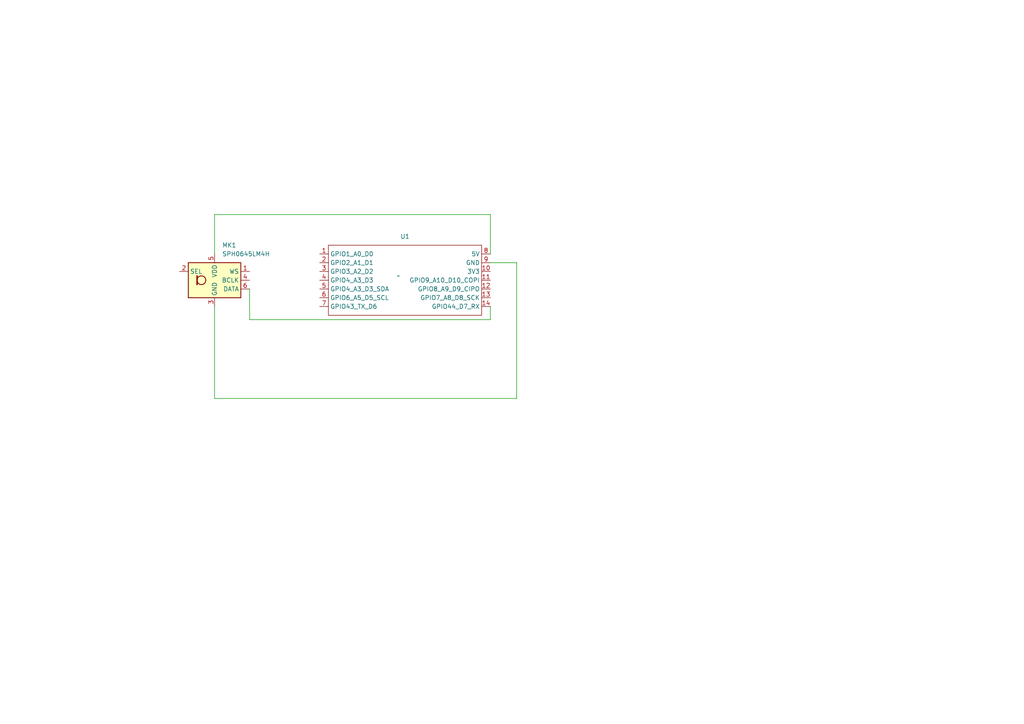
<source format=kicad_sch>
(kicad_sch (version 20230121) (generator eeschema)
  (paper "A4")
  (lib_symbols
    (symbol "Sensor_Audio:SPH0645LM4H"
      (property "Reference" "MK" (at -7.62 6.35 0))
      (property "Value" "SPH0645LM4H" (at 1.27 6.35 0))
      (symbol "SPH0645LM4H_1_1"
        (rectangle (start -7.62 5.08) (end 7.62 -5.08) (stroke (width 0.254)) (fill (type background)))
        (circle (center -3.81 0) (radius 1.27) (stroke (width 0.254)))
        (polyline (pts (xy -5.08 1.27) (xy -5.08 -1.27)) (stroke (width 0.381)))
        (pin input line (at 10.16 2.54 180) (length 2.54) (name "WS") (number "1"))
        (pin input line (at -10.16 2.54 0) (length 2.54) (name "SEL") (number "2"))
        (pin power_in line (at 0 -7.62 90) (length 2.54) (name "GND") (number "3"))
        (pin input line (at 10.16 0 180) (length 2.54) (name "BCLK") (number "4"))
        (pin power_in line (at 0 7.62 270) (length 2.54) (name "VDD") (number "5"))
        (pin output line (at 10.16 -2.54 180) (length 2.54) (name "DATA") (number "6"))
      )
    )
    (symbol "esp:XIAO_ESP32_SENSE"
      (property "Reference" "U" (at 0 0 0))
      (symbol "XIAO_ESP32_SENSE_0_1"
        (polyline (pts (xy -20.32 8.89) (xy -20.32 -11.43) (xy 24.13 -11.43) (xy 24.13 8.89) (xy -20.32 8.89)))
      )
      (symbol "XIAO_ESP32_SENSE_1_1"
        (pin bidirectional line (at -22.86 6.35 0) (length 2.54) (name "GPIO1_A0_D0") (number "1"))
        (pin bidirectional line (at 26.67 1.27 180) (length 2.54) (name "3V3") (number "10"))
        (pin bidirectional line (at 26.67 -1.27 180) (length 2.54) (name "GPIO9_A10_D10_COPI") (number "11"))
        (pin bidirectional line (at 26.67 -3.81 180) (length 2.54) (name "GPIO8_A9_D9_CIPO") (number "12"))
        (pin bidirectional line (at 26.67 -6.35 180) (length 2.54) (name "GPIO7_A8_D8_SCK") (number "13"))
        (pin bidirectional line (at 26.67 -8.89 180) (length 2.54) (name "GPIO44_D7_RX") (number "14"))
        (pin bidirectional line (at -22.86 3.81 0) (length 2.54) (name "GPIO2_A1_D1") (number "2"))
        (pin bidirectional line (at -22.86 1.27 0) (length 2.54) (name "GPIO3_A2_D2") (number "3"))
        (pin bidirectional line (at -22.86 -1.27 0) (length 2.54) (name "GPIO4_A3_D3") (number "4"))
        (pin bidirectional line (at -22.86 -3.81 0) (length 2.54) (name "GPIO4_A3_D3_SDA") (number "5"))
        (pin bidirectional line (at -22.86 -6.35 0) (length 2.54) (name "GPIO6_A5_D5_SCL") (number "6"))
        (pin bidirectional line (at -22.86 -8.89 0) (length 2.54) (name "GPIO43_TX_D6") (number "7"))
        (pin bidirectional line (at 26.67 6.35 180) (length 2.54) (name "5V") (number "8"))
        (pin bidirectional line (at 26.67 3.81 180) (length 2.54) (name "GND") (number "9"))
      )
    )
  )
  (wire (pts (xy 142.24 76.2) (xy 149.86 76.2)))
  (wire (pts (xy 62.23 88.9) (xy 62.23 115.57)))
  (wire (pts (xy 62.23 115.57) (xy 149.86 115.57)))
  (wire (pts (xy 142.24 62.23) (xy 62.23 62.23)))
  (wire (pts (xy 72.39 83.82) (xy 72.39 92.71)))
  (wire (pts (xy 62.23 62.23) (xy 62.23 73.66)))
  (wire (pts (xy 149.86 115.57) (xy 149.86 76.2)))
  (wire (pts (xy 142.24 92.71) (xy 142.24 88.9)))
  (wire (pts (xy 142.24 73.66) (xy 142.24 62.23)))
  (wire (pts (xy 72.39 92.71) (xy 142.24 92.71)))
  (symbol (lib_id "Sensor_Audio:SPH0645LM4H") (at 62.23 81.28 0) (unit 1)
    (property "Reference" "MK1" (at 64.4241 71.12 0) (effects (justify left)))
    (property "Value" "SPH0645LM4H" (at 64.4241 73.66 0) (effects (justify left)))
    (property "Footprint" "Sensor_Audio:Knowles_SPH0645LM4H-6_3.5x2.65mm" (effects hide))
    (property "Datasheet" "https://www.knowles.com/docs/default-source/default-document-library/sph0645lm4h-1-datasheet.pdf" (effects hide))
  )
  (symbol (lib_id "esp:XIAO_ESP32_SENSE") (at 115.57 80.01 0) (unit 1)
    (property "Reference" "U1" (at 117.475 68.58 0))
    (property "Value" "~" (at 115.57 80.01 0))
  )
)
</source>
